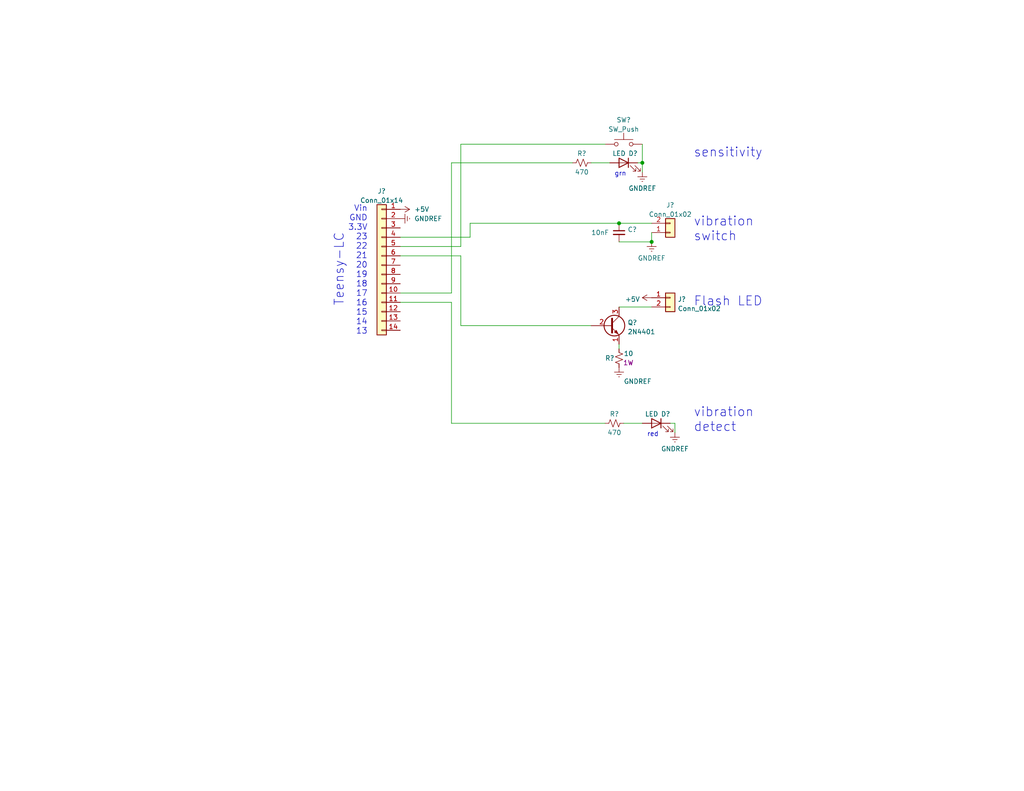
<source format=kicad_sch>
(kicad_sch (version 20211123) (generator eeschema)
  (paper "USLetter")
  (lib_symbols
    (symbol "Connector_Generic:Conn_01x02" (pin_names (offset 1.016) hide)
      (property "Reference" "J" (at 0 2.54 0))
      (property "Value" "Conn_01x02" (at 0 -5.08 0))
      (symbol "Conn_01x02_1_1"
        (rectangle (start -1.27 -2.413) (end 0 -2.667) (stroke (width 0.1524)))
        (rectangle (start -1.27 0.127) (end 0 -0.127) (stroke (width 0.1524)))
        (rectangle (start -1.27 1.27) (end 1.27 -3.81) (stroke (width 0.254)) (fill (type background)))
        (pin passive line (at -5.08 0 0) (length 3.81) (name "Pin_1") (number "1"))
        (pin passive line (at -5.08 -2.54 0) (length 3.81) (name "Pin_2") (number "2"))
      )
    )
    (symbol "Connector_Generic:Conn_01x14" (pin_names (offset 1.016) hide)
      (property "Reference" "J" (at 0 17.78 0))
      (property "Value" "Conn_01x14" (at 0 -20.32 0))
      (symbol "Conn_01x14_1_1"
        (rectangle (start -1.27 -17.653) (end 0 -17.907) (stroke (width 0.1524)))
        (rectangle (start -1.27 -15.113) (end 0 -15.367) (stroke (width 0.1524)))
        (rectangle (start -1.27 -12.573) (end 0 -12.827) (stroke (width 0.1524)))
        (rectangle (start -1.27 -10.033) (end 0 -10.287) (stroke (width 0.1524)))
        (rectangle (start -1.27 -7.493) (end 0 -7.747) (stroke (width 0.1524)))
        (rectangle (start -1.27 -4.953) (end 0 -5.207) (stroke (width 0.1524)))
        (rectangle (start -1.27 -2.413) (end 0 -2.667) (stroke (width 0.1524)))
        (rectangle (start -1.27 0.127) (end 0 -0.127) (stroke (width 0.1524)))
        (rectangle (start -1.27 2.667) (end 0 2.413) (stroke (width 0.1524)))
        (rectangle (start -1.27 5.207) (end 0 4.953) (stroke (width 0.1524)))
        (rectangle (start -1.27 7.747) (end 0 7.493) (stroke (width 0.1524)))
        (rectangle (start -1.27 10.287) (end 0 10.033) (stroke (width 0.1524)))
        (rectangle (start -1.27 12.827) (end 0 12.573) (stroke (width 0.1524)))
        (rectangle (start -1.27 15.367) (end 0 15.113) (stroke (width 0.1524)))
        (rectangle (start -1.27 16.51) (end 1.27 -19.05) (stroke (width 0.254)) (fill (type background)))
        (pin passive line (at -5.08 15.24 0) (length 3.81) (name "Pin_1") (number "1"))
        (pin passive line (at -5.08 -7.62 0) (length 3.81) (name "Pin_10") (number "10"))
        (pin passive line (at -5.08 -10.16 0) (length 3.81) (name "Pin_11") (number "11"))
        (pin passive line (at -5.08 -12.7 0) (length 3.81) (name "Pin_12") (number "12"))
        (pin passive line (at -5.08 -15.24 0) (length 3.81) (name "Pin_13") (number "13"))
        (pin passive line (at -5.08 -17.78 0) (length 3.81) (name "Pin_14") (number "14"))
        (pin passive line (at -5.08 12.7 0) (length 3.81) (name "Pin_2") (number "2"))
        (pin passive line (at -5.08 10.16 0) (length 3.81) (name "Pin_3") (number "3"))
        (pin passive line (at -5.08 7.62 0) (length 3.81) (name "Pin_4") (number "4"))
        (pin passive line (at -5.08 5.08 0) (length 3.81) (name "Pin_5") (number "5"))
        (pin passive line (at -5.08 2.54 0) (length 3.81) (name "Pin_6") (number "6"))
        (pin passive line (at -5.08 0 0) (length 3.81) (name "Pin_7") (number "7"))
        (pin passive line (at -5.08 -2.54 0) (length 3.81) (name "Pin_8") (number "8"))
        (pin passive line (at -5.08 -5.08 0) (length 3.81) (name "Pin_9") (number "9"))
      )
    )
    (symbol "Device:C_Small" (pin_numbers hide) (pin_names (offset 0.254) hide)
      (property "Reference" "C" (at 0.254 1.778 0))
      (property "Value" "C_Small" (at 0.254 -2.032 0))
      (symbol "C_Small_0_1"
        (polyline (pts (xy -1.524 -0.508) (xy 1.524 -0.508)) (stroke (width 0.3302)))
        (polyline (pts (xy -1.524 0.508) (xy 1.524 0.508)) (stroke (width 0.3048)))
      )
      (symbol "C_Small_1_1"
        (pin passive line (at 0 2.54 270) (length 2.032) (name "~") (number "1"))
        (pin passive line (at 0 -2.54 90) (length 2.032) (name "~") (number "2"))
      )
    )
    (symbol "Device:LED" (pin_numbers hide) (pin_names (offset 1.016) hide)
      (property "Reference" "D" (at 0 2.54 0))
      (property "Value" "LED" (at 0 -2.54 0))
      (symbol "LED_0_1"
        (polyline (pts (xy -1.27 -1.27) (xy -1.27 1.27)) (stroke (width 0.254)))
        (polyline (pts (xy -1.27 0) (xy 1.27 0)))
        (polyline (pts (xy 1.27 -1.27) (xy 1.27 1.27) (xy -1.27 0) (xy 1.27 -1.27)) (stroke (width 0.254)))
        (polyline (pts (xy -3.048 -0.762) (xy -4.572 -2.286) (xy -3.81 -2.286) (xy -4.572 -2.286) (xy -4.572 -1.524)))
        (polyline (pts (xy -1.778 -0.762) (xy -3.302 -2.286) (xy -2.54 -2.286) (xy -3.302 -2.286) (xy -3.302 -1.524)))
      )
      (symbol "LED_1_1"
        (pin passive line (at -3.81 0 0) (length 2.54) (name "K") (number "1"))
        (pin passive line (at 3.81 0 180) (length 2.54) (name "A") (number "2"))
      )
    )
    (symbol "Device:Q_NPN_EBC" (pin_names (offset 0) hide)
      (property "Reference" "Q" (at 5.08 1.27 0))
      (property "Value" "Q_NPN_EBC" (at 5.08 -1.27 0))
      (symbol "Q_NPN_EBC_0_1"
        (polyline (pts (xy 0.635 0.635) (xy 2.54 2.54)))
        (polyline (pts (xy 0.635 -0.635) (xy 2.54 -2.54) (xy 2.54 -2.54)))
        (polyline (pts (xy 0.635 1.905) (xy 0.635 -1.905) (xy 0.635 -1.905)) (stroke (width 0.508)))
        (polyline (pts (xy 1.27 -1.778) (xy 1.778 -1.27) (xy 2.286 -2.286) (xy 1.27 -1.778) (xy 1.27 -1.778)) (fill (type outline)))
        (circle (center 1.27 0) (radius 2.8194) (stroke (width 0.254)))
      )
      (symbol "Q_NPN_EBC_1_1"
        (pin passive line (at 2.54 -5.08 90) (length 2.54) (name "E") (number "1"))
        (pin passive line (at -5.08 0 0) (length 5.715) (name "B") (number "2"))
        (pin passive line (at 2.54 5.08 270) (length 2.54) (name "C") (number "3"))
      )
    )
    (symbol "Device:R_Small_US" (pin_numbers hide) (pin_names (offset 0.254) hide)
      (property "Reference" "R" (at 0.762 0.508 0))
      (property "Value" "R_Small_US" (at 0.762 -1.016 0))
      (symbol "R_Small_US_1_1"
        (polyline (pts (xy 0 0) (xy 1.016 -0.381) (xy 0 -0.762) (xy -1.016 -1.143) (xy 0 -1.524)))
        (polyline (pts (xy 0 1.524) (xy 1.016 1.143) (xy 0 0.762) (xy -1.016 0.381) (xy 0 0)))
        (pin passive line (at 0 2.54 270) (length 1.016) (name "~") (number "1"))
        (pin passive line (at 0 -2.54 90) (length 1.016) (name "~") (number "2"))
      )
    )
    (symbol "Switch:SW_Push" (pin_numbers hide) (pin_names (offset 1.016) hide)
      (property "Reference" "SW" (at 1.27 2.54 0))
      (property "Value" "SW_Push" (at 0 -1.524 0))
      (symbol "SW_Push_0_1"
        (circle (center -2.032 0) (radius 0.508))
        (polyline (pts (xy 0 1.27) (xy 0 3.048)))
        (polyline (pts (xy 2.54 1.27) (xy -2.54 1.27)))
        (circle (center 2.032 0) (radius 0.508))
        (pin passive line (at -5.08 0 0) (length 2.54) (name "1") (number "1"))
        (pin passive line (at 5.08 0 180) (length 2.54) (name "2") (number "2"))
      )
    )
    (symbol "power:+5V" (power) (pin_names (offset 0))
      (property "Value" "+5V" (at 0 3.556 0))
      (symbol "+5V_0_1"
        (polyline (pts (xy -0.762 1.27) (xy 0 2.54)))
        (polyline (pts (xy 0 0) (xy 0 2.54)))
        (polyline (pts (xy 0 2.54) (xy 0.762 1.27)))
      )
      (symbol "+5V_1_1"
        (pin power_in line (at 0 0 90) (length 0) hide (name "+5V") (number "1"))
      )
    )
    (symbol "power:GNDREF" (power) (pin_names (offset 0))
      (property "Value" "GNDREF" (at 0 -3.81 0))
      (symbol "GNDREF_0_1"
        (polyline (pts (xy -0.635 -1.905) (xy 0.635 -1.905)))
        (polyline (pts (xy -0.127 -2.54) (xy 0.127 -2.54)))
        (polyline (pts (xy 0 -1.27) (xy 0 0)))
        (polyline (pts (xy 1.27 -1.27) (xy -1.27 -1.27)))
      )
      (symbol "GNDREF_1_1"
        (pin power_in line (at 0 0 270) (length 0) hide (name "GNDREF") (number "1"))
      )
    )
  )
  (junction (at 177.8 66.04))
  (junction (at 175.26 44.45))
  (junction (at 168.91 60.96))
  (wire (pts (xy 175.26 44.45) (xy 175.26 46.99)))
  (wire (pts (xy 168.91 66.04) (xy 177.8 66.04)))
  (wire (pts (xy 109.22 64.77) (xy 128.27 64.77)))
  (wire (pts (xy 123.19 80.01) (xy 123.19 44.45)))
  (wire (pts (xy 128.27 60.96) (xy 168.91 60.96)))
  (wire (pts (xy 184.15 115.57) (xy 182.88 115.57)))
  (wire (pts (xy 123.19 44.45) (xy 156.21 44.45)))
  (wire (pts (xy 177.8 63.5) (xy 177.8 66.04)))
  (wire (pts (xy 125.73 88.9) (xy 161.29 88.9)))
  (wire (pts (xy 128.27 64.77) (xy 128.27 60.96)))
  (wire (pts (xy 170.18 115.57) (xy 175.26 115.57)))
  (wire (pts (xy 168.91 83.82) (xy 177.8 83.82)))
  (wire (pts (xy 161.29 44.45) (xy 166.37 44.45)))
  (wire (pts (xy 109.22 80.01) (xy 123.19 80.01)))
  (wire (pts (xy 109.22 67.31) (xy 125.73 67.31)))
  (wire (pts (xy 123.19 115.57) (xy 165.1 115.57)))
  (wire (pts (xy 123.19 82.55) (xy 123.19 115.57)))
  (wire (pts (xy 125.73 67.31) (xy 125.73 39.37)))
  (wire (pts (xy 125.73 39.37) (xy 165.1 39.37)))
  (wire (pts (xy 175.26 44.45) (xy 173.99 44.45)))
  (wire (pts (xy 175.26 39.37) (xy 175.26 44.45)))
  (wire (pts (xy 168.91 60.96) (xy 177.8 60.96)))
  (wire (pts (xy 125.73 69.85) (xy 125.73 88.9)))
  (wire (pts (xy 109.22 69.85) (xy 125.73 69.85)))
  (wire (pts (xy 184.15 115.57) (xy 184.15 118.11)))
  (wire (pts (xy 168.91 93.98) (xy 168.91 95.25)))
  (wire (pts (xy 109.22 82.55) (xy 123.19 82.55)))
  (text "Teensy-LC" (at 93.98 63.5 270) (effects (font (size 2.5 2.5)) (justify right bottom)))
  (text "sensitivity" (at 189.23 43.18 0) (effects (font (size 2.5 2.5)) (justify left bottom)))
  (text "grn" (at 167.64 48.26 0) (effects (font (size 1.27 1.27)) (justify left bottom)))
  (text "vibration\nswitch" (at 189.23 66.04 0) (effects (font (size 2.5 2.5)) (justify left bottom)))
  (text "red" (at 176.53 119.38 0) (effects (font (size 1.27 1.27)) (justify left bottom)))
  (text "Vin\nGND\n3.3V\n23\n22\n21\n20\n19\n18\n17\n16\n15\n14\n13" (at 100.33 91.44 180) (effects (font (size 1.6 1.6)) (justify right bottom)))
  (text "vibration\ndetect" (at 189.23 118.11 0) (effects (font (size 2.5 2.5)) (justify left bottom)))
  (text "Flash LED" (at 189.23 83.82 0) (effects (font (size 2.5 2.5)) (justify left bottom)))
  (symbol (lib_id "Device:LED") (at 170.18 44.45 0) (mirror y) (unit 1)
    (property "Reference" "D?" (at 172.72 41.91 0))
    (property "Value" "LED" (at 168.91 41.91 0))
  )
  (symbol (lib_id "Device:R_Small_US") (at 168.91 97.79 0) (unit 1)
    (property "Reference" "R?" (at 165.1 97.79 0) (effects (justify left)))
    (property "Value" "10" (at 170.18 96.52 0) (effects (justify left)))
    (property "Field4" "1W" (at 171.45 99.06 0))
  )
  (symbol (lib_id "power:GNDREF") (at 175.26 46.99 0) (unit 1)
    (property "Reference" "#PWR?" (effects hide))
    (property "Value" "GNDREF" (at 175.26 51.4334 0))
  )
  (symbol (lib_id "Device:R_Small_US") (at 158.75 44.45 270) (unit 1)
    (property "Reference" "R?" (at 158.75 41.91 90))
    (property "Value" "470" (at 158.75 46.99 90))
  )
  (symbol (lib_id "power:+5V") (at 177.8 81.28 90) (unit 1)
    (property "Reference" "#PWR?" (effects hide))
    (property "Value" "+5V" (at 174.6251 81.7138 90) (effects (justify left)))
  )
  (symbol (lib_id "power:GNDREF") (at 168.91 100.33 0) (unit 1)
    (property "Reference" "#PWR?" (effects hide))
    (property "Value" "GNDREF" (at 173.99 104.14 0))
  )
  (symbol (lib_id "Connector_Generic:Conn_01x14") (at 104.14 72.39 0) (mirror y) (unit 1)
    (property "Reference" "J?" (at 104.14 52.1802 0))
    (property "Value" "Conn_01x14" (at 104.14 54.7171 0))
  )
  (symbol (lib_id "Device:R_Small_US") (at 167.64 115.57 270) (unit 1)
    (property "Reference" "R?" (at 167.64 113.03 90))
    (property "Value" "470" (at 167.64 118.11 90))
  )
  (symbol (lib_id "power:GNDREF") (at 109.22 59.69 90) (unit 1)
    (property "Reference" "#PWR?" (effects hide))
    (property "Value" "GNDREF" (at 113.03 59.69 90) (effects (justify right)))
  )
  (symbol (lib_id "power:GNDREF") (at 184.15 118.11 0) (unit 1)
    (property "Reference" "#PWR?" (effects hide))
    (property "Value" "GNDREF" (at 184.15 122.5534 0))
  )
  (symbol (lib_id "Connector_Generic:Conn_01x02") (at 182.88 81.28 0) (unit 1)
    (property "Reference" "J?" (at 184.912 81.7153 0) (effects (justify left)))
    (property "Value" "Conn_01x02" (at 184.912 84.2522 0) (effects (justify left)))
  )
  (symbol (lib_id "Device:LED") (at 179.07 115.57 0) (mirror y) (unit 1)
    (property "Reference" "D?" (at 181.61 113.03 0))
    (property "Value" "LED" (at 177.8 113.03 0))
  )
  (symbol (lib_id "Device:C_Small") (at 168.91 63.5 0) (unit 1)
    (property "Reference" "C?" (at 171.2341 62.6716 0) (effects (justify left)))
    (property "Value" "10nF" (at 161.29 63.5 0) (effects (justify left)))
  )
  (symbol (lib_id "Switch:SW_Push") (at 170.18 39.37 0) (unit 1)
    (property "Reference" "SW?" (at 170.18 32.7492 0))
    (property "Value" "SW_Push" (at 170.18 35.2861 0))
  )
  (symbol (lib_id "Connector_Generic:Conn_01x02") (at 182.88 63.5 0) (mirror x) (unit 1)
    (property "Reference" "J?" (at 182.88 55.9902 0))
    (property "Value" "Conn_01x02" (at 182.88 58.5271 0))
  )
  (symbol (lib_id "power:+5V") (at 109.22 57.15 270) (unit 1)
    (property "Reference" "#PWR?" (effects hide))
    (property "Value" "+5V" (at 113.03 57.15 90) (effects (justify left)))
  )
  (symbol (lib_id "power:GNDREF") (at 177.8 66.04 0) (unit 1)
    (property "Reference" "#PWR?" (effects hide))
    (property "Value" "GNDREF" (at 177.8 70.4834 0))
  )
  (symbol (lib_id "Device:Q_NPN_EBC") (at 166.37 88.9 0) (unit 1)
    (property "Reference" "Q?" (at 171.2214 88.0653 0) (effects (justify left)))
    (property "Value" "2N4401" (at 171.2214 90.6022 0) (effects (justify left)))
  )
)
</source>
